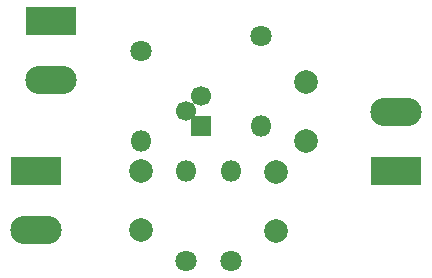
<source format=gbr>
G04 #@! TF.GenerationSoftware,KiCad,Pcbnew,(5.0.0)*
G04 #@! TF.CreationDate,2019-04-25T11:09:40+03:00*
G04 #@! TF.ProjectId,Single_transistor_AMP,53696E676C655F7472616E736973746F,rev?*
G04 #@! TF.SameCoordinates,Original*
G04 #@! TF.FileFunction,Soldermask,Bot*
G04 #@! TF.FilePolarity,Negative*
%FSLAX46Y46*%
G04 Gerber Fmt 4.6, Leading zero omitted, Abs format (unit mm)*
G04 Created by KiCad (PCBNEW (5.0.0)) date 04/25/19 11:09:40*
%MOMM*%
%LPD*%
G01*
G04 APERTURE LIST*
%ADD10R,4.360000X2.380000*%
%ADD11O,4.360000X2.380000*%
%ADD12C,2.000000*%
%ADD13C,1.700000*%
%ADD14R,1.700000X1.700000*%
%ADD15C,1.800000*%
%ADD16O,1.800000X1.800000*%
G04 APERTURE END LIST*
D10*
G04 #@! TO.C,J1*
X100330000Y-55880000D03*
D11*
X100330000Y-60880000D03*
G04 #@! TD*
D12*
G04 #@! TO.C,C1*
X109220000Y-55880000D03*
X109220000Y-60880000D03*
G04 #@! TD*
G04 #@! TO.C,C2*
X123190000Y-53340000D03*
X123190000Y-48340000D03*
G04 #@! TD*
G04 #@! TO.C,C3*
X120650000Y-60960000D03*
X120650000Y-55960000D03*
G04 #@! TD*
D11*
G04 #@! TO.C,J2*
X130810000Y-50880000D03*
D10*
X130810000Y-55880000D03*
G04 #@! TD*
D13*
G04 #@! TO.C,Q1*
X113030000Y-50790000D03*
X114300000Y-49530000D03*
D14*
X114300000Y-52070000D03*
G04 #@! TD*
D15*
G04 #@! TO.C,R1*
X113030000Y-63500000D03*
D16*
X113030000Y-55880000D03*
G04 #@! TD*
G04 #@! TO.C,R2*
X109220000Y-53340000D03*
D15*
X109220000Y-45720000D03*
G04 #@! TD*
G04 #@! TO.C,R3*
X119380000Y-44450000D03*
D16*
X119380000Y-52070000D03*
G04 #@! TD*
G04 #@! TO.C,R4*
X116840000Y-55880000D03*
D15*
X116840000Y-63500000D03*
G04 #@! TD*
D10*
G04 #@! TO.C,J3*
X101600000Y-43180000D03*
D11*
X101600000Y-48180000D03*
G04 #@! TD*
M02*

</source>
